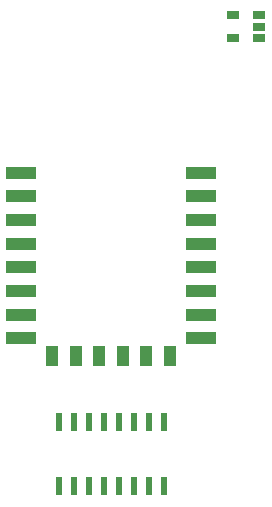
<source format=gbr>
G04 #@! TF.GenerationSoftware,KiCad,Pcbnew,5.0.2-bee76a0~70~ubuntu16.04.1*
G04 #@! TF.CreationDate,2019-08-20T20:13:55+02:00*
G04 #@! TF.ProjectId,connected_garden_pcb,636f6e6e-6563-4746-9564-5f6761726465,rev?*
G04 #@! TF.SameCoordinates,Original*
G04 #@! TF.FileFunction,Paste,Top*
G04 #@! TF.FilePolarity,Positive*
%FSLAX46Y46*%
G04 Gerber Fmt 4.6, Leading zero omitted, Abs format (unit mm)*
G04 Created by KiCad (PCBNEW 5.0.2-bee76a0~70~ubuntu16.04.1) date mar. 20 août 2019 20:13:55 CEST*
%MOMM*%
%LPD*%
G01*
G04 APERTURE LIST*
%ADD10R,1.060000X0.650000*%
%ADD11R,2.500000X1.000000*%
%ADD12R,1.000000X1.800000*%
%ADD13R,0.600000X1.500000*%
G04 APERTURE END LIST*
D10*
G04 #@! TO.C,U3*
X53170000Y-33335000D03*
X53170000Y-32385000D03*
X53170000Y-31435000D03*
X50970000Y-31435000D03*
X50970000Y-33335000D03*
G04 #@! TD*
D11*
G04 #@! TO.C,U5*
X33040000Y-44760000D03*
X33040000Y-46760000D03*
X33040000Y-48760000D03*
X33040000Y-50760000D03*
X33040000Y-52760000D03*
X33040000Y-54760000D03*
X33040000Y-56760000D03*
X33040000Y-58760000D03*
D12*
X35640000Y-60260000D03*
X37640000Y-60260000D03*
X39640000Y-60260000D03*
X41640000Y-60260000D03*
X43640000Y-60260000D03*
X45640000Y-60260000D03*
D11*
X48240000Y-58760000D03*
X48240000Y-56760000D03*
X48240000Y-54760000D03*
X48240000Y-52760000D03*
X48240000Y-50760000D03*
X48240000Y-48760000D03*
X48240000Y-46760000D03*
X48240000Y-44760000D03*
G04 #@! TD*
D13*
G04 #@! TO.C,U2*
X36195000Y-71280000D03*
X37465000Y-71280000D03*
X38735000Y-71280000D03*
X40005000Y-71280000D03*
X41275000Y-71280000D03*
X42545000Y-71280000D03*
X43815000Y-71280000D03*
X45085000Y-71280000D03*
X45085000Y-65880000D03*
X43815000Y-65880000D03*
X42545000Y-65880000D03*
X41275000Y-65880000D03*
X40005000Y-65880000D03*
X38735000Y-65880000D03*
X37465000Y-65880000D03*
X36195000Y-65880000D03*
G04 #@! TD*
M02*

</source>
